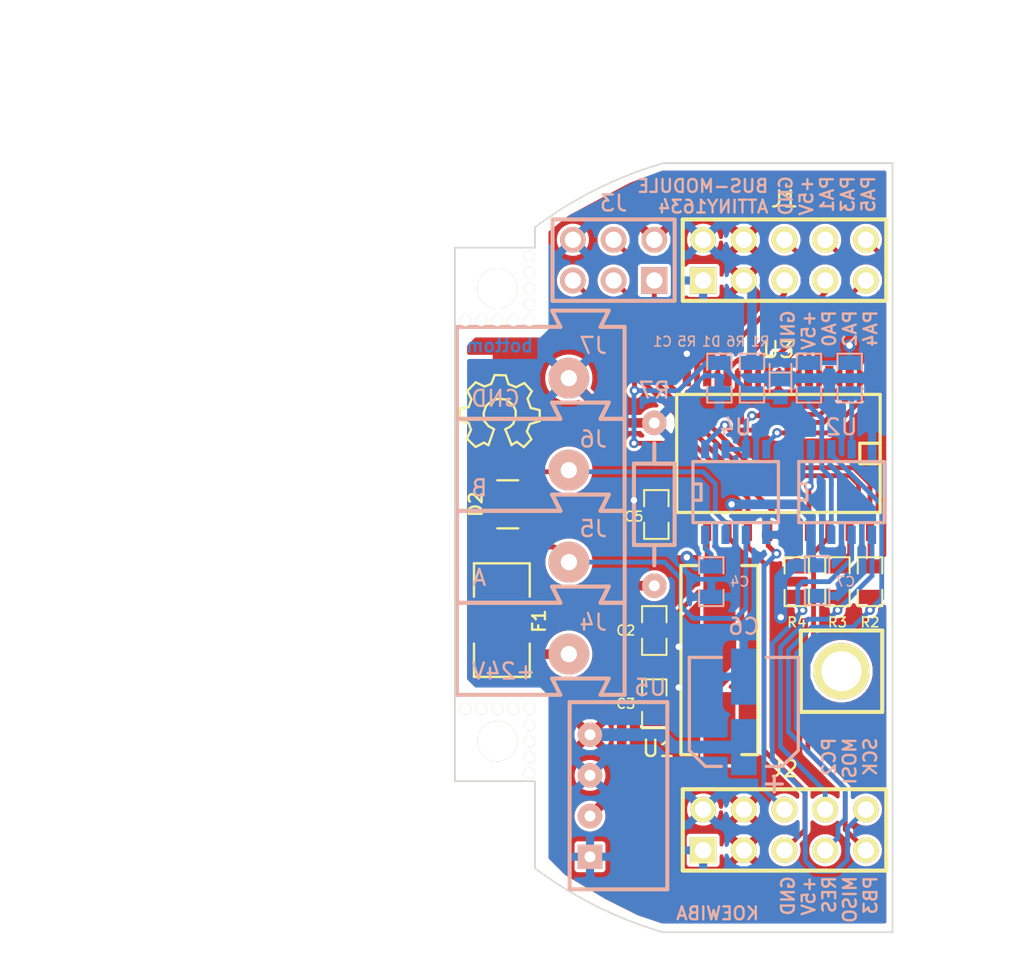
<source format=kicad_pcb>
(kicad_pcb (version 20170123) (host pcbnew no-vcs-found-7600~57~ubuntu14.04.1)
  (title_block (title "bus-module attiny 1634") (date 2015-10-28) (rev 1) (company KoeWiBa))
  (layers (0 F.Cu signal) (31 B.Cu signal hide) (34 B.Paste user) (35 F.Paste user) (36 B.SilkS user) (37 F.SilkS user) (38 B.Mask user) (39 F.Mask user) (44 Edge.Cuts user))
  (net 0 "")
  (net 1 GND)
  (net 2 /PA1)
  (net 3 /PA2)
  (net 4 /PA3)
  (net 5 /PA4)
  (net 6 /PA5)
  (net 7 /PB3)
  (net 8 /MOSI)
  (net 9 /MISO)
  (net 10 /SCK)
  (net 11 +24V)
  (net 12 //RESET)
  (net 13 "Net-(C2-Pad1)")
  (net 14 +5V)
  (net 15 /PA0_AREF)
  (net 16 /PC2_INT0)
  (net 17 /PB2_MOSI)
  (net 18 /PC1_SCK)
  (net 19 /PB1_MISO)
  (net 20 "Net-(R6-Pad2)")
  (net 21 //CSEEP)
  (net 22 /TXD)
  (net 23 /RXD)
  (net 24 /TXDEN)
  (net 25 "Net-(C3-Pad1)")
  (net 26 "Net-(R1-Pad2)")
  (net 27 /A)
  (net 28 /B)
  (net 29 "Net-(F1-Pad2)")
  (module Mechanical:HOLE_2.5mm (layer F.Cu) (at 82.65 112.07)
    (fp_text reference HOLE_2.5mm hide)
    (fp_text value VAL** hide)
    (pad 2 thru_hole circle (at 0 0) (size 2.5 2.5) (drill 2.5) (layers *.Cu *.Mask F.SilkS))
  )
  (module Mechanical:HOLE_2.5mm (layer F.Cu) (at 82.65 83.82)
    (fp_text reference HOLE_2.5mm hide)
    (fp_text value VAL** hide)
    (pad 2 thru_hole circle (at 0 0) (size 2.5 2.5) (drill 2.5) (layers *.Cu *.Mask F.SilkS))
  )
  (module Symbol:Symbol_OSHW-Logo_SilkScreen (layer F.Cu) (at 82.796 91.702)
    (fp_text reference LOGO1 hide)
    (fp_text value OSHW hide)
  )
  (module Connector_Miscelleaneus:WAGO243 (layer B.Cu) (at 90.5938 97.6964 90)
    (fp_text reference J6 (at 4.4704 -1.9558 180) (layer B.SilkS) (effects (justify mirror)))
    (fp_text value CONN_1 hide)
    (pad 1 thru_hole circle (at 2.54 -3.4798 90) (size 2.54 2.54) (drill 1.016) (layers *.Cu *.Mask B.SilkS) (net 28 /B))
  )
  (module Connector_Miscelleaneus:WAGO243 (layer B.Cu) (at 90.6 103.4368 90)
    (fp_text reference J5 (at 4.6228 -1.962 180) (layer B.SilkS) (effects (justify mirror)))
    (fp_text value CONN_1 hide)
    (pad 1 thru_hole circle (at 2.54 -3.4798 90) (size 2.54 2.54) (drill 1.016) (layers *.Cu *.Mask B.SilkS) (net 27 /A))
  )
  (module Connector_Miscelleaneus:WAGO243 (layer B.Cu) (at 90.5938 109.1772 90)
    (fp_text reference J4 (at 4.5212 -1.9558 180) (layer B.SilkS) (effects (justify mirror)))
    (fp_text value CONN_1 hide)
    (pad 1 thru_hole circle (at 2.54 -3.4798 90) (size 2.54 2.54) (drill 1.016) (layers *.Cu *.Mask B.SilkS) (net 29 "Net-(F1-Pad2)"))
  )
  (module Connector_Header:HEADER_3x2 (layer B.Cu) (at 92.448 83.32 180)
    (fp_text reference J3 (at 2.54 4.826) (layer B.SilkS) (effects (justify mirror)))
    (fp_text value CONN-ISP-6 hide)
    (pad 1 thru_hole rect (at 0 0 180) (size 1.651 1.651) (drill 1.016) (layers *.Cu *.Mask B.SilkS) (net 17 /PB2_MOSI))
    (pad 2 thru_hole circle (at 0 2.54 180) (size 1.6002 1.6002) (drill 1.016) (layers *.Cu *.Mask B.SilkS) (net 14 +5V))
    (pad 3 thru_hole circle (at 2.54 0 180) (size 1.6002 1.6002) (drill 1.016) (layers *.Cu *.Mask B.SilkS) (net 18 /PC1_SCK))
    (pad 4 thru_hole circle (at 2.54 2.54 180) (size 1.6002 1.6002) (drill 1.016) (layers *.Cu *.Mask B.SilkS) (net 19 /PB1_MISO))
    (pad 5 thru_hole circle (at 5.08 0 180) (size 1.6002 1.6002) (drill 1.016) (layers *.Cu *.Mask B.SilkS) (net 12 //RESET))
    (pad 6 thru_hole circle (at 5.08 2.54 180) (size 1.6002 1.6002) (drill 1.016) (layers *.Cu *.Mask B.SilkS) (net 1 GND))
  )
  (module Mechanical:HOLE_2.5mm (layer F.Cu) (at 104.132 107.704)
    (fp_text reference H1 hide)
    (fp_text value HOLE hide)
    (pad 1 thru_hole circle (at 0 0) (size 3.5 3.5) (drill 2.5) (layers *.Cu *.Mask F.SilkS))
  )
  (module Resistor:SM0805 (layer B.Cu) (at 96.512 89.416 270)
    (fp_text reference C1 (at -2.286 3.556) (layer B.SilkS) (effects (font (size 0.6096 0.6096) (thickness 0.1016)) (justify mirror)))
    (fp_text value 4,7nF hide)
    (pad 1 smd rect (at -0.9525 0 270) (size 0.889 1.397) (layers B.Cu B.Paste B.Mask) (net 12 //RESET))
    (pad 2 smd rect (at 0.9525 0 270) (size 0.889 1.397) (layers B.Cu B.Paste B.Mask) (net 1 GND))
  )
  (module Resistor:SM0805 (layer F.Cu) (at 92.448 105.164 270)
    (fp_text reference C2 (at 0 1.778) (layer F.SilkS) (effects (font (size 0.6096 0.6096) (thickness 0.1016))))
    (fp_text value 18pF hide)
    (pad 1 smd rect (at -0.9525 0 270) (size 0.889 1.397) (layers F.Cu F.Paste F.Mask) (net 13 "Net-(C2-Pad1)"))
    (pad 2 smd rect (at 0.9525 0 270) (size 0.889 1.397) (layers F.Cu F.Paste F.Mask) (net 1 GND))
  )
  (module Resistor:SM0805 (layer F.Cu) (at 92.448 109.736 90)
    (fp_text reference C3 (at 0 -1.778 180) (layer F.SilkS) (effects (font (size 0.6096 0.6096) (thickness 0.1016))))
    (fp_text value 18pF hide)
    (pad 1 smd rect (at -0.9525 0 90) (size 0.889 1.397) (layers F.Cu F.Paste F.Mask) (net 25 "Net-(C3-Pad1)"))
    (pad 2 smd rect (at 0.9525 0 90) (size 0.889 1.397) (layers F.Cu F.Paste F.Mask) (net 1 GND))
  )
  (module Connector_Header:HEADER_5x2 (layer F.Cu) (at 95.496 118.88)
    (fp_text reference J2 (at 5.08 -5.08) (layer F.SilkS))
    (fp_text value CONN_5X2 hide)
    (pad 1 thru_hole rect (at 0 0) (size 1.651 1.651) (drill 1.016) (layers *.Cu *.Mask F.SilkS) (net 1 GND))
    (pad 2 thru_hole circle (at 0 -2.54) (size 1.6002 1.6002) (drill 1.016) (layers *.Cu *.Mask F.SilkS) (net 1 GND))
    (pad 3 thru_hole circle (at 2.54 0) (size 1.6002 1.6002) (drill 1.016) (layers *.Cu *.Mask F.SilkS) (net 14 +5V))
    (pad 4 thru_hole circle (at 2.54 -2.54) (size 1.6002 1.6002) (drill 1.016) (layers *.Cu *.Mask F.SilkS) (net 14 +5V))
    (pad 5 thru_hole circle (at 5.08 0) (size 1.6002 1.6002) (drill 1.016) (layers *.Cu *.Mask F.SilkS) (net 12 //RESET))
    (pad 6 thru_hole circle (at 5.08 -2.54) (size 1.6002 1.6002) (drill 1.016) (layers *.Cu *.Mask F.SilkS) (net 16 /PC2_INT0))
    (pad 7 thru_hole circle (at 7.62 0) (size 1.6002 1.6002) (drill 1.016) (layers *.Cu *.Mask F.SilkS) (net 9 /MISO))
    (pad 8 thru_hole circle (at 7.62 -2.54) (size 1.6002 1.6002) (drill 1.016) (layers *.Cu *.Mask F.SilkS) (net 8 /MOSI))
    (pad 9 thru_hole circle (at 10.16 0) (size 1.6002 1.6002) (drill 1.016) (layers *.Cu *.Mask F.SilkS) (net 7 /PB3))
    (pad 10 thru_hole circle (at 10.16 -2.54) (size 1.6002 1.6002) (drill 1.016) (layers *.Cu *.Mask F.SilkS) (net 10 /SCK))
  )
  (module Connector_Header:HEADER_5x2 (layer F.Cu) (at 95.496 83.32)
    (fp_text reference J1 (at 5.08 -5.08) (layer F.SilkS))
    (fp_text value CONN_5X2 hide)
    (pad 1 thru_hole rect (at 0 0) (size 1.651 1.651) (drill 1.016) (layers *.Cu *.Mask F.SilkS) (net 1 GND))
    (pad 2 thru_hole circle (at 0 -2.54) (size 1.6002 1.6002) (drill 1.016) (layers *.Cu *.Mask F.SilkS) (net 1 GND))
    (pad 3 thru_hole circle (at 2.54 0) (size 1.6002 1.6002) (drill 1.016) (layers *.Cu *.Mask F.SilkS) (net 14 +5V))
    (pad 4 thru_hole circle (at 2.54 -2.54) (size 1.6002 1.6002) (drill 1.016) (layers *.Cu *.Mask F.SilkS) (net 14 +5V))
    (pad 5 thru_hole circle (at 5.08 0) (size 1.6002 1.6002) (drill 1.016) (layers *.Cu *.Mask F.SilkS) (net 15 /PA0_AREF))
    (pad 6 thru_hole circle (at 5.08 -2.54) (size 1.6002 1.6002) (drill 1.016) (layers *.Cu *.Mask F.SilkS) (net 2 /PA1))
    (pad 7 thru_hole circle (at 7.62 0) (size 1.6002 1.6002) (drill 1.016) (layers *.Cu *.Mask F.SilkS) (net 3 /PA2))
    (pad 8 thru_hole circle (at 7.62 -2.54) (size 1.6002 1.6002) (drill 1.016) (layers *.Cu *.Mask F.SilkS) (net 4 /PA3))
    (pad 9 thru_hole circle (at 10.16 0) (size 1.6002 1.6002) (drill 1.016) (layers *.Cu *.Mask F.SilkS) (net 5 /PA4))
    (pad 10 thru_hole circle (at 10.16 -2.54) (size 1.6002 1.6002) (drill 1.016) (layers *.Cu *.Mask F.SilkS) (net 6 /PA5))
  )
  (module Resistor:SM0805 (layer B.Cu) (at 104.64 89.416 270)
    (fp_text reference R1 (at -2.286 5.588) (layer B.SilkS) (effects (font (size 0.6096 0.6096) (thickness 0.1016)) (justify mirror)))
    (fp_text value 10k hide)
    (pad 1 smd rect (at -0.9525 0 270) (size 0.889 1.397) (layers B.Cu B.Paste B.Mask) (net 14 +5V))
    (pad 2 smd rect (at 0.9525 0 270) (size 0.889 1.397) (layers B.Cu B.Paste B.Mask) (net 26 "Net-(R1-Pad2)"))
  )
  (module Resistor:SM0805 (layer F.Cu) (at 105.91 102.116 270)
    (fp_text reference R2 (at 2.54 0) (layer F.SilkS) (effects (font (size 0.6096 0.6096) (thickness 0.1016))))
    (fp_text value 100 hide)
    (pad 1 smd rect (at -0.9525 0 270) (size 0.889 1.397) (layers F.Cu F.Paste F.Mask) (net 19 /PB1_MISO))
    (pad 2 smd rect (at 0.9525 0 270) (size 0.889 1.397) (layers F.Cu F.Paste F.Mask) (net 9 /MISO))
  )
  (module Resistor:SM0805 (layer F.Cu) (at 103.878 102.116 270)
    (fp_text reference R3 (at 2.54 0) (layer F.SilkS) (effects (font (size 0.6096 0.6096) (thickness 0.1016))))
    (fp_text value 100 hide)
    (pad 1 smd rect (at -0.9525 0 270) (size 0.889 1.397) (layers F.Cu F.Paste F.Mask) (net 17 /PB2_MOSI))
    (pad 2 smd rect (at 0.9525 0 270) (size 0.889 1.397) (layers F.Cu F.Paste F.Mask) (net 8 /MOSI))
  )
  (module Resistor:SM0805 (layer F.Cu) (at 101.338 102.116 270)
    (fp_text reference R4 (at 2.54 0) (layer F.SilkS) (effects (font (size 0.6096 0.6096) (thickness 0.1016))))
    (fp_text value 100 hide)
    (pad 1 smd rect (at -0.9525 0 270) (size 0.889 1.397) (layers F.Cu F.Paste F.Mask) (net 18 /PC1_SCK))
    (pad 2 smd rect (at 0.9525 0 270) (size 0.889 1.397) (layers F.Cu F.Paste F.Mask) (net 10 /SCK))
  )
  (module Resistor:SM0805 (layer B.Cu) (at 98.544 89.416 270)
    (fp_text reference R5 (at -2.286 4.064) (layer B.SilkS) (effects (font (size 0.6096 0.6096) (thickness 0.1016)) (justify mirror)))
    (fp_text value 10k hide)
    (pad 1 smd rect (at -0.9525 0 270) (size 0.889 1.397) (layers B.Cu B.Paste B.Mask) (net 14 +5V))
    (pad 2 smd rect (at 0.9525 0 270) (size 0.889 1.397) (layers B.Cu B.Paste B.Mask) (net 12 //RESET))
  )
  (module Resistor:SM0805 (layer B.Cu) (at 102.1 89.416 270)
    (fp_text reference R6 (at -2.286 4.572) (layer B.SilkS) (effects (font (size 0.6096 0.6096) (thickness 0.1016)) (justify mirror)))
    (fp_text value 10k hide)
    (pad 1 smd rect (at -0.9525 0 270) (size 0.889 1.397) (layers B.Cu B.Paste B.Mask) (net 14 +5V))
    (pad 2 smd rect (at 0.9525 0 270) (size 0.889 1.397) (layers B.Cu B.Paste B.Mask) (net 20 "Net-(R6-Pad2)"))
  )
  (module Resistor:R400 (layer B.Cu) (at 92.448 102.37 90)
    (fp_text reference R7 (at 12.192 0 180) (layer B.SilkS) (effects (justify mirror)))
    (fp_text value Varistor hide)
    (pad 1 thru_hole circle (at 0 0 90) (size 1.524 1.524) (drill 0.6858) (layers *.Cu *.Mask B.SilkS) (net 11 +24V))
    (pad 2 thru_hole circle (at 10.16 0 90) (size 1.524 1.524) (drill 0.6858) (layers *.Cu *.Mask B.SilkS) (net 1 GND))
  )
  (module Housings_SOIC:SO8E (layer B.Cu) (at 97.528 96.528)
    (fp_text reference U4 (at 0 -4.064) (layer B.SilkS) (effects (justify mirror)))
    (fp_text value MAX3485 hide)
    (pad 8 smd rect (at -1.905 2.667) (size 0.508 1.143) (layers B.Cu B.Paste B.Mask) (net 14 +5V))
    (pad 1 smd rect (at -1.905 -2.667) (size 0.508 1.143) (layers B.Cu B.Paste B.Mask) (net 23 /RXD))
    (pad 7 smd rect (at -0.635 2.667) (size 0.508 1.143) (layers B.Cu B.Paste B.Mask) (net 28 /B))
    (pad 6 smd rect (at 0.635 2.667) (size 0.508 1.143) (layers B.Cu B.Paste B.Mask) (net 27 /A))
    (pad 5 smd rect (at 1.905 2.667) (size 0.508 1.143) (layers B.Cu B.Paste B.Mask) (net 1 GND))
    (pad 2 smd rect (at -0.635 -2.667) (size 0.508 1.143) (layers B.Cu B.Paste B.Mask) (net 24 /TXDEN))
    (pad 3 smd rect (at 0.635 -2.667) (size 0.508 1.143) (layers B.Cu B.Paste B.Mask) (net 24 /TXDEN))
    (pad 4 smd rect (at 1.905 -2.667) (size 0.508 1.143) (layers B.Cu B.Paste B.Mask) (net 22 /TXD))
  )
  (module Resistor:SM0805 (layer B.Cu) (at 96.004 102.116 270)
    (fp_text reference C4 (at 0 -1.778) (layer B.SilkS) (effects (font (size 0.6096 0.6096) (thickness 0.1016)) (justify mirror)))
    (fp_text value 100nF hide)
    (pad 1 smd rect (at -0.9525 0 270) (size 0.889 1.397) (layers B.Cu B.Paste B.Mask) (net 14 +5V))
    (pad 2 smd rect (at 0.9525 0 270) (size 0.889 1.397) (layers B.Cu B.Paste B.Mask) (net 1 GND))
  )
  (module Resistor:SM0805 (layer F.Cu) (at 92.575 97.925 90)
    (fp_text reference C5 (at -0.127 -1.397 180) (layer F.SilkS) (effects (font (size 0.6096 0.6096) (thickness 0.1016))))
    (fp_text value 100nF hide)
    (pad 1 smd rect (at -0.9525 0 90) (size 0.889 1.397) (layers F.Cu F.Paste F.Mask) (net 14 +5V))
    (pad 2 smd rect (at 0.9525 0 90) (size 0.889 1.397) (layers F.Cu F.Paste F.Mask) (net 1 GND))
  )
  (module Resistor:SM0805 (layer B.Cu) (at 102.608 102.0525 90)
    (fp_text reference C7 (at -0.0635 1.778 180) (layer B.SilkS) (effects (font (size 0.6096 0.6096) (thickness 0.1016)) (justify mirror)))
    (fp_text value 100nF hide)
    (pad 1 smd rect (at -0.9525 0 90) (size 0.889 1.397) (layers B.Cu B.Paste B.Mask) (net 1 GND))
    (pad 2 smd rect (at 0.9525 0 90) (size 0.889 1.397) (layers B.Cu B.Paste B.Mask) (net 14 +5V))
  )
  (module Connector_Miscelleaneus:WAGO243 (layer B.Cu) (at 90.5938 91.956 90)
    (fp_text reference J7 (at 4.572 -1.9558 180) (layer B.SilkS) (effects (justify mirror)))
    (fp_text value CONN_1 hide)
    (pad 1 thru_hole circle (at 2.54 -3.4798 90) (size 2.54 2.54) (drill 1.016) (layers *.Cu *.Mask B.SilkS) (net 1 GND))
  )
  (module DCDC_Converter:AM1S-XXXX_SIL4 (layer B.Cu) (at 88.4348 119.2864 90)
    (fp_text reference U5 (at 10.5664 3.7592 180) (layer B.SilkS) (effects (justify mirror)))
    (fp_text value AM1S-2403 hide)
    (pad 1 thru_hole rect (at 0 0 90) (size 1.524 1.524) (drill 0.6858) (layers *.Cu *.Mask B.SilkS) (net 1 GND))
    (pad 2 thru_hole circle (at 2.54 0 90) (size 1.524 1.524) (drill 0.6858) (layers *.Cu *.Mask B.SilkS) (net 11 +24V))
    (pad 3 thru_hole circle (at 5.08 0 90) (size 1.524 1.524) (drill 0.6858) (layers *.Cu *.Mask B.SilkS) (net 1 GND))
    (pad 4 thru_hole circle (at 7.62 0 90) (size 1.524 1.524) (drill 0.6858) (layers *.Cu *.Mask B.SilkS) (net 14 +5V))
  )
  (module Capacitors:cp_smd_6.3 (layer B.Cu) (at 98.036 110.244)
    (fp_text reference C6 (at 0 -5.334) (layer B.SilkS) (effects (justify mirror)))
    (fp_text value 100µF hide)
    (pad 1 smd rect (at 0 2.19964) (size 1.6002 3.50012) (layers B.Cu B.Paste B.Mask) (net 14 +5V))
    (pad 2 smd rect (at 0 -2.19964) (size 1.6002 3.50012) (layers B.Cu B.Paste B.Mask) (net 1 GND))
  )
  (module Crystal:HC49-SMD (layer F.Cu) (at 96.512 107.01058 270)
    (fp_text reference U1 (at 5.51942 3.81) (layer F.SilkS) (effects (font (size 1.016 1.016))))
    (fp_text value 7,3728MHz hide)
    (pad 1 smd rect (at -4.24942 0 270) (size 4.50088 1.99898) (layers F.Cu F.Paste F.Mask) (net 13 "Net-(C2-Pad1)"))
    (pad 2 smd rect (at 4.24942 0 270) (size 4.50088 1.99898) (layers F.Cu F.Paste F.Mask) (net 25 "Net-(C3-Pad1)"))
  )
  (module Housings_SOIC:SO8E (layer B.Cu) (at 104.132 96.528)
    (fp_text reference U2 (at 0 -4.064) (layer B.SilkS) (effects (justify mirror)))
    (fp_text value 25LCXXX hide)
    (pad 8 smd rect (at -1.905 2.667) (size 0.508 1.143) (layers B.Cu B.Paste B.Mask) (net 14 +5V))
    (pad 1 smd rect (at -1.905 -2.667) (size 0.508 1.143) (layers B.Cu B.Paste B.Mask) (net 21 //CSEEP))
    (pad 7 smd rect (at -0.635 2.667) (size 0.508 1.143) (layers B.Cu B.Paste B.Mask) (net 20 "Net-(R6-Pad2)"))
    (pad 6 smd rect (at 0.635 2.667) (size 0.508 1.143) (layers B.Cu B.Paste B.Mask) (net 10 /SCK))
    (pad 5 smd rect (at 1.905 2.667) (size 0.508 1.143) (layers B.Cu B.Paste B.Mask) (net 8 /MOSI))
    (pad 2 smd rect (at -0.635 -2.667) (size 0.508 1.143) (layers B.Cu B.Paste B.Mask) (net 9 /MISO))
    (pad 3 smd rect (at 0.635 -2.667) (size 0.508 1.143) (layers B.Cu B.Paste B.Mask) (net 26 "Net-(R1-Pad2)"))
    (pad 4 smd rect (at 1.905 -2.667) (size 0.508 1.143) (layers B.Cu B.Paste B.Mask) (net 1 GND))
  )
  (module Housings_SOIC:SO20L (layer F.Cu) (at 100.195 94.115 180)
    (fp_text reference U3 (at 0 6.477 180) (layer F.SilkS))
    (fp_text value ATtiny1634-SOIC hide)
    (pad 11 smd rect (at 5.715 -4.826 180) (size 0.508 1.27) (layers F.Cu F.Paste F.Mask) (net 14 +5V))
    (pad 12 smd rect (at 4.445 -4.826 180) (size 0.508 1.27) (layers F.Cu F.Paste F.Mask) (net 13 "Net-(C2-Pad1)"))
    (pad 13 smd rect (at 3.175 -4.826 180) (size 0.508 1.27) (layers F.Cu F.Paste F.Mask) (net 25 "Net-(C3-Pad1)"))
    (pad 14 smd rect (at 1.905 -4.826 180) (size 0.508 1.27) (layers F.Cu F.Paste F.Mask) (net 12 //RESET))
    (pad 15 smd rect (at 0.635 -4.826 180) (size 0.508 1.27) (layers F.Cu F.Paste F.Mask) (net 16 /PC2_INT0))
    (pad 16 smd rect (at -0.635 -4.826 180) (size 0.508 1.27) (layers F.Cu F.Paste F.Mask) (net 18 /PC1_SCK))
    (pad 17 smd rect (at -1.905 -4.826 180) (size 0.508 1.27) (layers F.Cu F.Paste F.Mask) (net 21 //CSEEP))
    (pad 18 smd rect (at -3.175 -4.826 180) (size 0.508 1.27) (layers F.Cu F.Paste F.Mask) (net 7 /PB3))
    (pad 19 smd rect (at -4.445 -4.826 180) (size 0.508 1.27) (layers F.Cu F.Paste F.Mask) (net 17 /PB2_MOSI))
    (pad 20 smd rect (at -5.715 -4.826 180) (size 0.508 1.27) (layers F.Cu F.Paste F.Mask) (net 19 /PB1_MISO))
    (pad 1 smd rect (at -5.715 4.826 180) (size 0.508 1.27) (layers F.Cu F.Paste F.Mask) (net 22 /TXD))
    (pad 2 smd rect (at -4.445 4.826 180) (size 0.508 1.27) (layers F.Cu F.Paste F.Mask) (net 23 /RXD))
    (pad 3 smd rect (at -3.175 4.826 180) (size 0.508 1.27) (layers F.Cu F.Paste F.Mask) (net 24 /TXDEN))
    (pad 4 smd rect (at -1.905 4.826 180) (size 0.508 1.27) (layers F.Cu F.Paste F.Mask) (net 6 /PA5))
    (pad 5 smd rect (at -0.635 4.826 180) (size 0.508 1.27) (layers F.Cu F.Paste F.Mask) (net 5 /PA4))
    (pad 6 smd rect (at 0.635 4.826 180) (size 0.508 1.27) (layers F.Cu F.Paste F.Mask) (net 4 /PA3))
    (pad 7 smd rect (at 1.905 4.826 180) (size 0.508 1.27) (layers F.Cu F.Paste F.Mask) (net 3 /PA2))
    (pad 8 smd rect (at 3.175 4.826 180) (size 0.508 1.27) (layers F.Cu F.Paste F.Mask) (net 2 /PA1))
    (pad 9 smd rect (at 4.445 4.826 180) (size 0.508 1.27) (layers F.Cu F.Paste F.Mask) (net 15 /PA0_AREF))
    (pad 10 smd rect (at 5.715 4.826 180) (size 0.508 1.27) (layers F.Cu F.Paste F.Mask) (net 1 GND))
  )
  (module Diode:SOD323 (layer B.Cu) (at 100.322 89.416 90)
    (fp_text reference D1 (at 2.286 -4.318 180) (layer B.SilkS) (effects (font (size 0.6096 0.6096) (thickness 0.1016)) (justify mirror)))
    (fp_text value "1N4148WS (SOD323)" hide)
    (pad 1 smd rect (at -1.17602 0 90) (size 0.9144 0.9144) (layers B.Cu B.Paste B.Mask) (net 12 //RESET))
    (pad 2 smd rect (at 1.17602 0 90) (size 0.9144 0.9144) (layers B.Cu B.Paste B.Mask) (net 14 +5V))
  )
  (module Mechanical:Perforation_5mm (layer F.Cu) (at 80.65 85.82)
    (fp_text reference REF** hide)
    (fp_text value Perforation_5mm hide)
    (pad 1 thru_hole circle (at 2 0) (size 0.7 0.7) (drill 0.7) (layers *.Cu *.Mask F.SilkS))
    (pad 1 thru_hole circle (at 3 0) (size 0.7 0.7) (drill 0.7) (layers *.Cu *.Mask F.SilkS))
    (pad 1 thru_hole circle (at 4 0) (size 0.7 0.7) (drill 0.7) (layers *.Cu *.Mask F.SilkS))
    (pad 1 thru_hole circle (at 1 0) (size 0.7 0.7) (drill 0.7) (layers *.Cu *.Mask F.SilkS))
    (pad 1 thru_hole circle (at 0 0) (size 0.7 0.7) (drill 0.7) (layers *.Cu *.Mask F.SilkS))
  )
  (module Mechanical:Perforation_5mm (layer F.Cu) (at 84.65 110.07 180)
    (fp_text reference REF** hide)
    (fp_text value Perforation_5mm hide)
    (pad 1 thru_hole circle (at 2 0 180) (size 0.7 0.7) (drill 0.7) (layers *.Cu *.Mask F.SilkS))
    (pad 1 thru_hole circle (at 3 0 180) (size 0.7 0.7) (drill 0.7) (layers *.Cu *.Mask F.SilkS))
    (pad 1 thru_hole circle (at 4 0 180) (size 0.7 0.7) (drill 0.7) (layers *.Cu *.Mask F.SilkS))
    (pad 1 thru_hole circle (at 1 0 180) (size 0.7 0.7) (drill 0.7) (layers *.Cu *.Mask F.SilkS))
    (pad 1 thru_hole circle (at 0 0 180) (size 0.7 0.7) (drill 0.7) (layers *.Cu *.Mask F.SilkS))
  )
  (module Mechanical:Perforation_4mm (layer F.Cu) (at 84.65 84.82 90)
    (fp_text reference REF** hide)
    (fp_text value Perforation_4mm hide)
    (pad 1 thru_hole circle (at 2 0 90) (size 0.7 0.7) (drill 0.7) (layers *.Cu *.Mask F.SilkS))
    (pad 1 thru_hole circle (at 3 0 90) (size 0.7 0.7) (drill 0.7) (layers *.Cu *.Mask F.SilkS))
    (pad 1 thru_hole circle (at 1 0 90) (size 0.7 0.7) (drill 0.7) (layers *.Cu *.Mask F.SilkS))
    (pad 1 thru_hole circle (at 0 0 90) (size 0.7 0.7) (drill 0.7) (layers *.Cu *.Mask F.SilkS))
  )
  (module Mechanical:Perforation_4mm (layer F.Cu) (at 84.65 114.07 90)
    (fp_text reference REF** hide)
    (fp_text value Perforation_4mm hide)
    (pad 1 thru_hole circle (at 2 0 90) (size 0.7 0.7) (drill 0.7) (layers *.Cu *.Mask F.SilkS))
    (pad 1 thru_hole circle (at 3 0 90) (size 0.7 0.7) (drill 0.7) (layers *.Cu *.Mask F.SilkS))
    (pad 1 thru_hole circle (at 1 0 90) (size 0.7 0.7) (drill 0.7) (layers *.Cu *.Mask F.SilkS))
    (pad 1 thru_hole circle (at 0 0 90) (size 0.7 0.7) (drill 0.7) (layers *.Cu *.Mask F.SilkS))
  )
  (module Resistor:R_1812 (layer F.Cu) (at 82.923 104.529 270)
    (fp_text reference F1 (at 0.0508 -2.3368 270) (layer F.SilkS) (effects (font (size 0.8 0.8))))
    (fp_text value FUSE)
    (pad 1 smd rect (at -2.5146 0 270) (size 1.78054 3.2004) (layers F.Cu F.Paste F.Mask) (net 11 +24V))
    (pad 2 smd rect (at 2.4892 0 270) (size 1.78054 3.2004) (layers F.Cu F.Paste F.Mask) (net 29 "Net-(F1-Pad2)"))
  )
  (module Diode_SMD:SOT143 (layer F.Cu) (at 83.304 97.29 90)
    (fp_text reference D2 (at 0 -2 90) (layer F.SilkS) (effects (font (size 0.8 0.8))))
    (fp_text value SEMTECH_SR05)
    (pad 1 smd rect (at -0.76962 0.95 90) (size 1.2 0.85) (layers F.Cu F.Paste F.Mask) (net 1 GND))
    (pad 2 smd rect (at 0.95 0.95 90) (size 0.85 0.85) (layers F.Cu F.Paste F.Mask))
    (pad 3 smd rect (at 0.95 -0.95 90) (size 0.85 0.85) (layers F.Cu F.Paste F.Mask) (net 28 /B))
    (pad 4 smd trapezoid (at -0.95 -0.95 90) (size 0.85 0.85) (layers F.Cu F.Paste F.Mask) (net 27 /A))
  )
  (gr_text "Rev. B" (at 81.526 90.178 90) (layer F.Cu) (effects (font (size 0.8 0.8))))
  (gr_line (start 80 81.27) (end 80 81.295) (angle 90) (layer Edge.Cuts) (width 0.1))
  (gr_line (start 85 81.27) (end 80 81.27) (angle 90) (layer Edge.Cuts) (width 0.1))
  (gr_line (start 85 79.995) (end 85 81.27) (angle 90) (layer Edge.Cuts) (width 0.1))
  (gr_line (start 85 114.57) (end 80 114.57) (angle 90) (layer Edge.Cuts) (width 0.1))
  (gr_line (start 85 119.995) (end 85 114.57) (angle 90) (layer Edge.Cuts) (width 0.1))
  (gr_line (start 80 86) (end 80 81.288) (angle 90) (layer Edge.Cuts) (width 0.1))
  (gr_line (start 80 109.5) (end 80 114.562) (angle 90) (layer Edge.Cuts) (width 0.1))
  (gr_text "BUS-MODULE\nATTINY1634" (at 99.65 78.07) (layer B.SilkS) (effects (font (size 0.8 0.8)) (justify left mirror)))
  (gr_text KOEWIBA (at 96.4 122.82) (layer B.SilkS) (effects (font (size 0.8 0.8)) (justify mirror)))
  (gr_text "GND\n+5V\nPA0\nPA2\nPA4" (at 103.37 85.098 90) (layer B.SilkS) (effects (font (size 0.8 0.8)) (justify left mirror)))
  (gr_text "PC2\nMOSI\nSCK" (at 104.64 111.768 90) (layer B.SilkS) (effects (font (size 0.8 0.8)) (justify left mirror)))
  (gr_text "GND\n+5V\nRES\nMISO\nPB3" (at 103.37 120.404 90) (layer B.SilkS) (effects (font (size 0.8 0.8)) (justify left mirror)))
  (gr_text bottom (at 82.796 87.384) (layer B.Cu) (effects (font (size 0.8 0.8)) (justify mirror)))
  (gr_text top (at 86.606 85.987 90) (layer F.Cu) (effects (font (size 0.8 0.8))))
  (gr_text "GND\n+5V\nPA1\nPA3\nPA5\n\n" (at 103.878 76.716 90) (layer B.SilkS) (effects (font (size 0.8 0.8)) (justify left mirror)))
  (gr_text +24V (at 83.05 107.704) (layer B.SilkS) (effects (font (size 1 1)) (justify mirror)))
  (gr_text A (at 81.526 101.862) (layer B.SilkS) (effects (font (size 1 1)) (justify mirror)))
  (gr_text B (at 81.526 96.274) (layer B.SilkS) (effects (font (size 1 1)) (justify mirror)))
  (gr_text GND (at 82.542 90.686) (layer B.SilkS) (effects (font (size 1 1)) (justify mirror)))
  (gr_line (start 107.315 76) (end 107.315 124) (angle 90) (layer Edge.Cuts) (width 0.1))
  (gr_line (start 107.315 124) (end 93 124) (angle 90) (layer Edge.Cuts) (width 0.1))
  (gr_arc (start 100 100) (end 85 120) (angle -20.60091294) (layer Edge.Cuts) (width 0.1))
  (gr_arc (start 100 100) (end 93 76) (angle -20.60666104) (layer Edge.Cuts) (width 0.1))
  (gr_line (start 93 76) (end 107.315 76) (layer Edge.Cuts) (width 0.1))
  (gr_line (start 80 86) (end 80 109.5) (angle 90) (layer Edge.Cuts) (width 0.1))
  (segment (start 96.512 90.3685) (end 96.512 91.194) (width 0.6) (layer B.Cu) (net 1))
  (segment (start 84.254 98.05962) (end 86.352 98.05962) (width 0.6) (layer F.Cu) (net 1))
  (segment (start 86.352 98.05962) (end 86.352 98.052) (width 0.6) (layer F.Cu) (net 1))
  (segment (start 86.352 98.052) (end 89.908 98.052) (width 0.6) (layer F.Cu) (net 1))
  (segment (start 89.908 98.052) (end 90.924 97.036) (width 0.6) (layer F.Cu) (net 1))
  (segment (start 90.924 97.036) (end 92.575 97.036) (width 0.6) (layer F.Cu) (net 1))
  (via (at 91.178 97.036) (size 0.8) (drill 0.4) (layers F.Cu B.Cu) (net 1))
  (segment (start 92.575 97.036) (end 92.575 96.9725) (width 0.6) (layer F.Cu) (net 1))
  (segment (start 96.512 90.3685) (end 96.639 90.3685) (width 0.3) (layer B.Cu) (net 1))
  (segment (start 92.448 92.21) (end 89.908 92.21) (width 0.6) (layer F.Cu) (net 1))
  (segment (start 89.908 92.21) (end 87.114 89.416) (width 0.6) (layer F.Cu) (net 1))
  (segment (start 92.575 96.9725) (end 91.2415 96.9725) (width 0.8) (layer F.Cu) (net 1))
  (segment (start 91.2415 96.9725) (end 91.178 97.036) (width 0.8) (layer F.Cu) (net 1))
  (segment (start 92.448 108.7835) (end 93.9085 108.7835) (width 0.8) (layer F.Cu) (net 1))
  (segment (start 93.9085 108.7835) (end 93.972 108.72) (width 0.8) (layer F.Cu) (net 1))
  (via (at 93.972 108.72) (size 0.8) (drill 0.4) (layers F.Cu B.Cu) (net 1))
  (segment (start 92.448 106.1165) (end 93.9085 106.1165) (width 0.8) (layer F.Cu) (net 1))
  (segment (start 93.9085 106.1165) (end 93.972 106.18) (width 0.8) (layer F.Cu) (net 1))
  (via (at 93.972 106.18) (size 0.8) (drill 0.4) (layers F.Cu B.Cu) (net 1))
  (segment (start 94.48 89.289) (end 94.48 87.892) (width 0.3) (layer F.Cu) (net 1))
  (via (at 94.48 87.892) (size 0.8) (drill 0.4) (layers F.Cu B.Cu) (net 1))
  (segment (start 97.715999 88.253999) (end 97.635999 88.333999) (width 0.3) (layer F.Cu) (net 2))
  (segment (start 97.635999 88.354) (end 97.574 88.354) (width 0.3) (layer F.Cu) (net 2))
  (segment (start 97.574 88.354) (end 97.02 88.908) (width 0.3) (layer F.Cu) (net 2))
  (segment (start 100.576 80.78) (end 101.776101 81.980101) (width 0.3) (layer F.Cu) (net 2))
  (segment (start 101.776101 81.980101) (end 101.776101 84.611639) (width 0.3) (layer F.Cu) (net 2))
  (segment (start 101.776101 84.611639) (end 98.133741 88.253999) (width 0.3) (layer F.Cu) (net 2))
  (segment (start 98.133741 88.253999) (end 97.715999 88.253999) (width 0.3) (layer F.Cu) (net 2))
  (segment (start 97.635999 88.333999) (end 97.635999 88.354) (width 0.3) (layer F.Cu) (net 2))
  (segment (start 97.02 88.908) (end 97.02 89.289) (width 0.3) (layer F.Cu) (net 2))
  (segment (start 98.29 88.908) (end 98.29 89.289) (width 0.3) (layer F.Cu) (net 3))
  (segment (start 103.116 83.32) (end 103.116 84.082) (width 0.3) (layer F.Cu) (net 3))
  (segment (start 103.116 84.082) (end 98.29 88.908) (width 0.3) (layer F.Cu) (net 3))
  (segment (start 99.56 88.908) (end 99.56 89.289) (width 0.3) (layer F.Cu) (net 4))
  (segment (start 104.455899 82.119899) (end 104.455899 83.701035) (width 0.3) (layer F.Cu) (net 4))
  (segment (start 104.455899 83.701035) (end 100.114 88.042934) (width 0.3) (layer F.Cu) (net 4))
  (segment (start 103.116 80.78) (end 104.455899 82.119899) (width 0.3) (layer F.Cu) (net 4))
  (segment (start 100.114 88.042934) (end 100.114 88.354) (width 0.3) (layer F.Cu) (net 4))
  (segment (start 100.114 88.354) (end 99.56 88.908) (width 0.3) (layer F.Cu) (net 4))
  (segment (start 100.83 88.354) (end 100.83 89.289) (width 0.3) (layer F.Cu) (net 5))
  (segment (start 100.83 88.104767) (end 100.83 88.354) (width 0.3) (layer F.Cu) (net 5))
  (segment (start 105.614767 83.32) (end 100.83 88.104767) (width 0.3) (layer F.Cu) (net 5))
  (segment (start 105.656 83.32) (end 105.614767 83.32) (width 0.3) (layer F.Cu) (net 5))
  (segment (start 102.1 87.6126) (end 102.1 89.289) (width 0.3) (layer F.Cu) (net 6))
  (segment (start 105.656 80.78) (end 106.856101 81.980101) (width 0.3) (layer F.Cu) (net 6))
  (segment (start 106.856101 81.980101) (end 106.856101 84.151899) (width 0.3) (layer F.Cu) (net 6))
  (segment (start 106.856101 84.151899) (end 106.40568 84.60232) (width 0.3) (layer F.Cu) (net 6))
  (segment (start 106.40568 84.60232) (end 105.11028 84.60232) (width 0.3) (layer F.Cu) (net 6))
  (segment (start 105.11028 84.60232) (end 102.1 87.6126) (width 0.3) (layer F.Cu) (net 6))
  (segment (start 103.37 98.941) (end 103.37 99.322) (width 0.3) (layer F.Cu) (net 7))
  (segment (start 103.37 99.322) (end 102.386501 100.305499) (width 0.3) (layer F.Cu) (net 7))
  (segment (start 102.386501 100.305499) (end 102.386501 106.341497) (width 0.3) (layer F.Cu) (net 7))
  (segment (start 102.386501 106.341497) (end 102.031999 106.695999) (width 0.3) (layer F.Cu) (net 7))
  (segment (start 102.031999 106.695999) (end 102.031999 112.715999) (width 0.3) (layer F.Cu) (net 7))
  (segment (start 102.031999 112.715999) (end 104.365161 115.049161) (width 0.3) (layer F.Cu) (net 7))
  (segment (start 104.365161 115.049161) (end 104.365161 117.589161) (width 0.3) (layer F.Cu) (net 7))
  (segment (start 104.365161 117.589161) (end 104.855901 118.079901) (width 0.3) (layer F.Cu) (net 7))
  (segment (start 104.855901 118.079901) (end 105.656 118.88) (width 0.3) (layer F.Cu) (net 7))
  (segment (start 103.889581 103.89503) (end 103.327858 104.456753) (width 0.3) (layer B.Cu) (net 8))
  (segment (start 103.116 115.208488) (end 103.116 116.34) (width 0.3) (layer B.Cu) (net 8))
  (segment (start 100.318043 112.410531) (end 103.116 115.208488) (width 0.3) (layer B.Cu) (net 8))
  (segment (start 100.318042 106.189081) (end 100.318043 112.410531) (width 0.3) (layer B.Cu) (net 8))
  (segment (start 102.050369 104.456754) (end 100.318042 106.189081) (width 0.3) (layer B.Cu) (net 8))
  (segment (start 103.327858 104.456753) (end 102.050369 104.456754) (width 0.3) (layer B.Cu) (net 8))
  (segment (start 104.18958 103.595031) (end 103.889581 103.89503) (width 0.3) (layer B.Cu) (net 8))
  (segment (start 106.037 101.747611) (end 104.18958 103.595031) (width 0.3) (layer B.Cu) (net 8))
  (segment (start 106.037 99.195) (end 106.037 101.747611) (width 0.3) (layer B.Cu) (net 8))
  (segment (start 103.878 103.883449) (end 103.889581 103.89503) (width 0.3) (layer F.Cu) (net 8))
  (via (at 103.889581 103.89503) (size 0.6) (drill 0.3) (layers F.Cu B.Cu) (net 8))
  (segment (start 103.878 103.0685) (end 103.878 103.883449) (width 0.3) (layer F.Cu) (net 8))
  (segment (start 104.365161 115.03268) (end 104.365161 116.923717) (width 0.3) (layer B.Cu) (net 9))
  (segment (start 103.916099 118.079901) (end 103.116 118.88) (width 0.3) (layer B.Cu) (net 9))
  (segment (start 102.257481 104.956764) (end 100.818053 106.396192) (width 0.3) (layer B.Cu) (net 9))
  (segment (start 100.818053 111.485572) (end 104.365161 115.03268) (width 0.3) (layer B.Cu) (net 9))
  (segment (start 105.91 103.894) (end 104.847236 104.956764) (width 0.3) (layer B.Cu) (net 9))
  (segment (start 104.847236 104.956764) (end 102.257481 104.956764) (width 0.3) (layer B.Cu) (net 9))
  (segment (start 100.818053 106.396192) (end 100.818053 111.485572) (width 0.3) (layer B.Cu) (net 9))
  (segment (start 104.365161 116.923717) (end 103.916099 117.372779) (width 0.3) (layer B.Cu) (net 9))
  (segment (start 103.916099 117.372779) (end 103.916099 118.079901) (width 0.3) (layer B.Cu) (net 9))
  (segment (start 105.91 103.894) (end 106.641001 103.162999) (width 0.3) (layer B.Cu) (net 9))
  (segment (start 106.641001 103.162999) (end 106.641001 97.322501) (width 0.3) (layer B.Cu) (net 9))
  (segment (start 106.641001 97.322501) (end 103.497 94.1785) (width 0.3) (layer B.Cu) (net 9))
  (segment (start 103.497 94.1785) (end 103.497 93.861) (width 0.3) (layer B.Cu) (net 9))
  (segment (start 105.91 103.0685) (end 105.91 103.894) (width 0.3) (layer F.Cu) (net 9))
  (via (at 105.91 103.894) (size 0.6) (drill 0.3) (layers F.Cu B.Cu) (net 9))
  (segment (start 101.405286 104.394715) (end 101.405286 104.205907) (width 0.3) (layer B.Cu) (net 10))
  (segment (start 101.405286 104.205907) (end 101.705285 103.905908) (width 0.3) (layer B.Cu) (net 10))
  (segment (start 99.818033 113.251475) (end 99.818032 105.981969) (width 0.3) (layer B.Cu) (net 10))
  (segment (start 99.818032 105.981969) (end 101.405286 104.394715) (width 0.3) (layer B.Cu) (net 10))
  (segment (start 101.867927 119.521379) (end 101.867927 115.301369) (width 0.3) (layer B.Cu) (net 10))
  (segment (start 102.531749 120.185201) (end 101.867927 119.521379) (width 0.3) (layer B.Cu) (net 10))
  (segment (start 103.780366 120.185201) (end 102.531749 120.185201) (width 0.3) (layer B.Cu) (net 10))
  (segment (start 104.505899 119.459668) (end 103.780366 120.185201) (width 0.3) (layer B.Cu) (net 10))
  (segment (start 104.505899 117.490101) (end 104.505899 119.459668) (width 0.3) (layer B.Cu) (net 10))
  (segment (start 105.656 116.34) (end 104.505899 117.490101) (width 0.3) (layer B.Cu) (net 10))
  (segment (start 101.405286 102.434712) (end 101.405286 103.605909) (width 0.3) (layer B.Cu) (net 10))
  (segment (start 101.705285 103.209215) (end 101.705285 103.481644) (width 0.3) (layer F.Cu) (net 10))
  (segment (start 101.723998 102.116) (end 101.405286 102.434712) (width 0.3) (layer B.Cu) (net 10))
  (segment (start 101.846 103.0685) (end 101.705285 103.209215) (width 0.3) (layer F.Cu) (net 10))
  (segment (start 103.365002 102.116) (end 101.723998 102.116) (width 0.3) (layer B.Cu) (net 10))
  (segment (start 104.767 99.195) (end 104.767 100.714002) (width 0.3) (layer B.Cu) (net 10))
  (segment (start 101.867927 115.301369) (end 99.818033 113.251475) (width 0.3) (layer B.Cu) (net 10))
  (segment (start 101.705285 103.481644) (end 101.705285 103.905908) (width 0.3) (layer F.Cu) (net 10))
  (segment (start 104.767 100.714002) (end 103.365002 102.116) (width 0.3) (layer B.Cu) (net 10))
  (via (at 101.705285 103.905908) (size 0.6) (drill 0.3) (layers F.Cu B.Cu) (net 10))
  (segment (start 101.405286 103.605909) (end 101.705285 103.905908) (width 0.3) (layer B.Cu) (net 10))
  (segment (start 88.4348 116.7464) (end 90.416 114.7652) (width 0.6) (layer F.Cu) (net 11))
  (segment (start 90.416 104.91) (end 89.019 103.513) (width 0.6) (layer F.Cu) (net 11))
  (segment (start 90.416 114.7652) (end 90.416 104.91) (width 0.6) (layer F.Cu) (net 11))
  (segment (start 82.923 102.0144) (end 84.4216 103.513) (width 0.6) (layer F.Cu) (net 11))
  (segment (start 90.162 102.37) (end 92.448 102.37) (width 0.6) (layer F.Cu) (net 11))
  (segment (start 89.019 103.513) (end 90.162 102.37) (width 0.6) (layer F.Cu) (net 11))
  (segment (start 84.4216 103.513) (end 89.019 103.513) (width 0.6) (layer F.Cu) (net 11))
  (segment (start 100.576 118.88) (end 101.846 117.61) (width 0.3) (layer F.Cu) (net 12))
  (segment (start 99.306 112.657) (end 99.289481 112.657) (width 0.3) (layer F.Cu) (net 12))
  (segment (start 101.846 115.197) (end 99.306 112.657) (width 0.3) (layer F.Cu) (net 12))
  (segment (start 101.846 117.61) (end 101.846 115.197) (width 0.3) (layer F.Cu) (net 12))
  (segment (start 98.29 98.941) (end 98.29 96.900882) (width 0.3) (layer F.Cu) (net 12))
  (segment (start 98.29 96.900882) (end 94.869118 93.48) (width 0.3) (layer F.Cu) (net 12))
  (segment (start 94.869118 93.48) (end 91.178 93.48) (width 0.3) (layer F.Cu) (net 12))
  (segment (start 98.29 99.952106) (end 99.289481 100.951587) (width 0.3) (layer F.Cu) (net 12))
  (segment (start 99.289481 100.951587) (end 99.289481 112.657) (width 0.3) (layer F.Cu) (net 12))
  (segment (start 98.29 98.941) (end 98.29 99.952106) (width 0.3) (layer F.Cu) (net 12))
  (segment (start 96.512 88.4635) (end 95.6865 88.4635) (width 0.3) (layer B.Cu) (net 12))
  (segment (start 93.954197 90.195803) (end 91.2139 90.195803) (width 0.3) (layer B.Cu) (net 12))
  (segment (start 95.6865 88.4635) (end 93.954197 90.195803) (width 0.3) (layer B.Cu) (net 12))
  (segment (start 98.544 90.3685) (end 98.417 90.3685) (width 0.3) (layer B.Cu) (net 12))
  (segment (start 98.417 90.3685) (end 96.512 88.4635) (width 0.3) (layer B.Cu) (net 12))
  (segment (start 100.322 90.59202) (end 98.76752 90.59202) (width 0.3) (layer B.Cu) (net 12))
  (segment (start 98.76752 90.59202) (end 98.544 90.3685) (width 0.3) (layer B.Cu) (net 12))
  (segment (start 91.178 90.231703) (end 91.2139 90.195803) (width 0.3) (layer B.Cu) (net 12))
  (segment (start 91.178 93.48) (end 91.178 90.231703) (width 0.3) (layer B.Cu) (net 12))
  (via (at 91.178 93.48) (size 0.6) (drill 0.3) (layers F.Cu B.Cu) (net 12))
  (segment (start 91.2139 89.771539) (end 91.2139 90.195803) (width 0.3) (layer F.Cu) (net 12))
  (segment (start 91.2139 87.1659) (end 91.2139 89.771539) (width 0.3) (layer F.Cu) (net 12))
  (segment (start 87.368 83.32) (end 91.2139 87.1659) (width 0.3) (layer F.Cu) (net 12))
  (via (at 91.2139 90.195803) (size 0.6) (drill 0.3) (layers F.Cu B.Cu) (net 12))
  (segment (start 95.75 98.941) (end 95.75 101.99916) (width 0.3) (layer F.Cu) (net 13))
  (segment (start 94.48 103.49367) (end 93.76217 104.2115) (width 0.3) (layer F.Cu) (net 13))
  (segment (start 93.76217 104.2115) (end 92.448 104.2115) (width 0.3) (layer F.Cu) (net 13))
  (segment (start 96.512 102.76116) (end 95.21251 102.76116) (width 0.3) (layer F.Cu) (net 13))
  (segment (start 95.21251 102.76116) (end 94.48 103.49367) (width 0.3) (layer F.Cu) (net 13))
  (segment (start 95.75 101.99916) (end 96.512 102.76116) (width 0.3) (layer F.Cu) (net 13))
  (segment (start 102.227 99.195) (end 102.227 101.1) (width 0.6) (layer B.Cu) (net 14))
  (segment (start 102.227 101.1) (end 102.608 101.1) (width 0.6) (layer B.Cu) (net 14))
  (segment (start 94.48 98.941) (end 94.48 97.798) (width 0.6) (layer F.Cu) (net 14))
  (segment (start 102.227 98.052) (end 102.227 99.195) (width 0.6) (layer B.Cu) (net 14))
  (segment (start 101.465 97.29) (end 102.227 98.052) (width 0.6) (layer B.Cu) (net 14))
  (segment (start 97.274 97.29) (end 101.465 97.29) (width 0.6) (layer B.Cu) (net 14))
  (via (at 97.274 97.29) (size 0.8) (drill 0.4) (layers F.Cu B.Cu) (net 14))
  (segment (start 94.988 97.29) (end 97.274 97.29) (width 0.6) (layer F.Cu) (net 14))
  (segment (start 94.48 97.798) (end 94.988 97.29) (width 0.6) (layer F.Cu) (net 14))
  (segment (start 94.48 98.941) (end 92.575 98.941) (width 0.6) (layer F.Cu) (net 14))
  (segment (start 92.575 98.941) (end 92.575 98.8775) (width 0.6) (layer F.Cu) (net 14))
  (segment (start 98.544 88.4635) (end 98.544 83.828) (width 0.6) (layer B.Cu) (net 14))
  (segment (start 98.544 83.828) (end 98.036 83.32) (width 0.6) (layer B.Cu) (net 14))
  (segment (start 101.1095 101.1) (end 100.34016 101.86934) (width 0.8) (layer B.Cu) (net 14))
  (segment (start 100.34016 103.767355) (end 100.34016 104.33304) (width 0.8) (layer B.Cu) (net 14))
  (segment (start 102.608 101.1) (end 101.1095 101.1) (width 0.8) (layer B.Cu) (net 14))
  (via (at 100.34016 104.33304) (size 0.8) (drill 0.4) (layers F.Cu B.Cu) (net 14))
  (segment (start 100.34016 101.86934) (end 100.34016 103.767355) (width 0.8) (layer B.Cu) (net 14))
  (segment (start 96.004 101.1635) (end 95.0515 101.1635) (width 0.6) (layer B.Cu) (net 14))
  (via (at 94.48 100.592) (size 0.8) (drill 0.4) (layers F.Cu B.Cu) (net 14))
  (segment (start 95.0515 101.1635) (end 94.48 100.592) (width 0.6) (layer B.Cu) (net 14))
  (segment (start 102.1 88.4635) (end 100.54552 88.4635) (width 0.6) (layer B.Cu) (net 14))
  (segment (start 100.54552 88.4635) (end 100.322 88.23998) (width 0.6) (layer B.Cu) (net 14))
  (segment (start 98.544 88.4635) (end 100.09848 88.4635) (width 0.6) (layer B.Cu) (net 14))
  (segment (start 100.09848 88.4635) (end 100.322 88.23998) (width 0.6) (layer B.Cu) (net 14))
  (segment (start 104.64 88.4635) (end 104.64 87.384) (width 0.3) (layer B.Cu) (net 14))
  (via (at 104.64 87.384) (size 0.8) (drill 0.4) (layers F.Cu B.Cu) (net 14))
  (segment (start 104.64 88.4635) (end 102.1 88.4635) (width 0.3) (layer B.Cu) (net 14))
  (segment (start 95.75 100.165) (end 95.7215 100.165) (width 0.3) (layer B.Cu) (net 14))
  (segment (start 95.7215 100.165) (end 95.623 100.0665) (width 0.3) (layer B.Cu) (net 14))
  (segment (start 95.623 100.0665) (end 95.623 99.195) (width 0.3) (layer B.Cu) (net 14))
  (segment (start 96.004 101.1635) (end 96.004 100.419) (width 0.3) (layer B.Cu) (net 14))
  (segment (start 96.004 100.419) (end 95.75 100.165) (width 0.3) (layer B.Cu) (net 14))
  (segment (start 88.4348 111.6664) (end 92.8544 111.6664) (width 0.8) (layer B.Cu) (net 14))
  (segment (start 93.63164 112.44364) (end 98.036 112.44364) (width 0.8) (layer B.Cu) (net 14))
  (segment (start 92.8544 111.6664) (end 93.63164 112.44364) (width 0.8) (layer B.Cu) (net 14))
  (segment (start 100.576 83.32) (end 100.576 84.16246) (width 0.3) (layer F.Cu) (net 15))
  (segment (start 100.576 84.16246) (end 95.75 88.98846) (width 0.3) (layer F.Cu) (net 15))
  (segment (start 95.75 88.98846) (end 95.75 89.289) (width 0.3) (layer F.Cu) (net 15))
  (segment (start 99.28948 101.156219) (end 99.77592 100.669779) (width 0.3) (layer B.Cu) (net 16))
  (segment (start 99.56 98.941) (end 99.56 99.876) (width 0.3) (layer F.Cu) (net 16))
  (via (at 100.075919 100.36978) (size 0.6) (drill 0.3) (layers F.Cu B.Cu) (net 16))
  (segment (start 100.05378 100.36978) (end 100.075919 100.36978) (width 0.3) (layer F.Cu) (net 16))
  (segment (start 99.56 99.876) (end 100.05378 100.36978) (width 0.3) (layer F.Cu) (net 16))
  (segment (start 100.576 116.34) (end 99.28948 115.05348) (width 0.3) (layer B.Cu) (net 16))
  (segment (start 99.28948 115.05348) (end 99.28948 101.156219) (width 0.3) (layer B.Cu) (net 16))
  (segment (start 99.77592 100.669779) (end 100.075919 100.36978) (width 0.3) (layer B.Cu) (net 16))
  (segment (start 104.64 100.4015) (end 104.64 98.941) (width 0.3) (layer F.Cu) (net 17))
  (segment (start 103.878 101.1635) (end 104.64 100.4015) (width 0.3) (layer F.Cu) (net 17))
  (segment (start 98.369895 95.504011) (end 104.64 95.504011) (width 0.3) (layer F.Cu) (net 17))
  (segment (start 105.194 98.006) (end 104.64 98.56) (width 0.3) (layer F.Cu) (net 17))
  (segment (start 105.194 96.058011) (end 105.194 98.006) (width 0.3) (layer F.Cu) (net 17))
  (segment (start 92.448 83.32) (end 92.448 89.582116) (width 0.3) (layer F.Cu) (net 17))
  (segment (start 92.448 89.582116) (end 98.369895 95.504011) (width 0.3) (layer F.Cu) (net 17))
  (segment (start 104.64 95.504011) (end 105.194 96.058011) (width 0.3) (layer F.Cu) (net 17))
  (segment (start 104.64 98.56) (end 104.64 98.941) (width 0.3) (layer F.Cu) (net 17))
  (segment (start 100.83 100.1475) (end 100.83 99.876) (width 0.3) (layer F.Cu) (net 18))
  (segment (start 100.83 99.876) (end 100.83 98.941) (width 0.3) (layer F.Cu) (net 18))
  (segment (start 101.846 101.1635) (end 100.83 100.1475) (width 0.3) (layer F.Cu) (net 18))
  (segment (start 100.83 98.56) (end 100.83 98.941) (width 0.3) (layer F.Cu) (net 18))
  (segment (start 100.276 98.006) (end 100.83 98.56) (width 0.3) (layer F.Cu) (net 18))
  (segment (start 89.908 83.32) (end 91.884118 85.296118) (width 0.3) (layer F.Cu) (net 18))
  (segment (start 100.131756 98.006) (end 100.276 98.006) (width 0.3) (layer F.Cu) (net 18))
  (segment (start 91.884118 85.296118) (end 91.884118 89.758362) (width 0.3) (layer F.Cu) (net 18))
  (segment (start 91.884118 89.758362) (end 100.131756 98.006) (width 0.3) (layer F.Cu) (net 18))
  (segment (start 105.91 101.1635) (end 105.91 98.941) (width 0.3) (layer F.Cu) (net 19))
  (segment (start 104.894 95.004) (end 105.91 96.02) (width 0.3) (layer F.Cu) (net 19))
  (segment (start 105.91 96.02) (end 105.91 98.941) (width 0.3) (layer F.Cu) (net 19))
  (segment (start 98.577006 95.004) (end 104.894 95.004) (width 0.3) (layer F.Cu) (net 19))
  (segment (start 93.464 86.622) (end 93.464 89.890994) (width 0.3) (layer F.Cu) (net 19))
  (segment (start 93.464 89.890994) (end 98.577006 95.004) (width 0.3) (layer F.Cu) (net 19))
  (segment (start 93.972 86.114) (end 93.464 86.622) (width 0.3) (layer F.Cu) (net 19))
  (segment (start 93.972 82.562998) (end 93.972 86.114) (width 0.3) (layer F.Cu) (net 19))
  (segment (start 91.178 82.05) (end 93.459002 82.05) (width 0.3) (layer F.Cu) (net 19))
  (segment (start 93.459002 82.05) (end 93.972 82.562998) (width 0.3) (layer F.Cu) (net 19))
  (segment (start 89.908 80.78) (end 91.178 82.05) (width 0.3) (layer F.Cu) (net 19))
  (segment (start 103.497 96.02) (end 103.497 95.639) (width 0.3) (layer B.Cu) (net 20))
  (segment (start 103.497 95.639) (end 102.903041 95.045041) (width 0.3) (layer B.Cu) (net 20))
  (segment (start 102.903041 95.045041) (end 102.903041 94.722543) (width 0.3) (layer B.Cu) (net 20))
  (segment (start 102.903041 94.722543) (end 102.892999 94.712501) (width 0.3) (layer B.Cu) (net 20))
  (segment (start 102.892999 94.712501) (end 102.892999 93.009499) (width 0.3) (layer B.Cu) (net 20))
  (segment (start 102.892999 93.009499) (end 102.903041 92.999457) (width 0.3) (layer B.Cu) (net 20))
  (segment (start 102.903041 92.999457) (end 102.903041 91.930241) (width 0.3) (layer B.Cu) (net 20))
  (segment (start 102.903041 91.930241) (end 102.1 91.1272) (width 0.3) (layer B.Cu) (net 20))
  (segment (start 102.1 91.1272) (end 102.1 90.3685) (width 0.3) (layer B.Cu) (net 20))
  (segment (start 103.497 99.195) (end 103.497 96.02) (width 0.3) (layer B.Cu) (net 20))
  (segment (start 103.497 96.02) (end 103.497 95.893) (width 0.3) (layer B.Cu) (net 20))
  (via (at 102.1 96.154031) (size 0.6) (drill 0.3) (layers F.Cu B.Cu) (net 21))
  (segment (start 102.1 98.941) (end 102.1 96.154031) (width 0.3) (layer F.Cu) (net 21))
  (segment (start 102.227 96.027031) (end 102.1 96.154031) (width 0.3) (layer B.Cu) (net 21))
  (segment (start 102.227 93.861) (end 102.227 96.027031) (width 0.3) (layer B.Cu) (net 21))
  (segment (start 100.533211 92.82998) (end 100.108947 92.82998) (width 0.3) (layer F.Cu) (net 22))
  (segment (start 103.30402 92.82998) (end 100.533211 92.82998) (width 0.3) (layer F.Cu) (net 22))
  (segment (start 105.91 90.224) (end 103.30402 92.82998) (width 0.3) (layer F.Cu) (net 22))
  (segment (start 105.91 89.289) (end 105.91 90.224) (width 0.3) (layer F.Cu) (net 22))
  (segment (start 99.433 93.861) (end 99.433 93.5435) (width 0.3) (layer B.Cu) (net 22))
  (via (at 100.108947 92.82998) (size 0.6) (drill 0.3) (layers F.Cu B.Cu) (net 22))
  (segment (start 100.108947 92.867553) (end 100.108947 92.82998) (width 0.3) (layer B.Cu) (net 22))
  (segment (start 99.433 93.5435) (end 100.108947 92.867553) (width 0.3) (layer B.Cu) (net 22))
  (segment (start 97.150903 92.658629) (end 96.850904 92.35863) (width 0.3) (layer F.Cu) (net 23))
  (segment (start 99.824018 92.179978) (end 99.345367 92.658629) (width 0.3) (layer F.Cu) (net 23))
  (segment (start 99.345367 92.658629) (end 97.150903 92.658629) (width 0.3) (layer F.Cu) (net 23))
  (segment (start 103.019237 92.179978) (end 99.824018 92.179978) (width 0.3) (layer F.Cu) (net 23))
  (segment (start 104.64 90.559215) (end 103.019237 92.179978) (width 0.3) (layer F.Cu) (net 23))
  (segment (start 104.64 89.289) (end 104.64 90.559215) (width 0.3) (layer F.Cu) (net 23))
  (via (at 96.850904 92.35863) (size 0.6) (drill 0.3) (layers F.Cu B.Cu) (net 23))
  (segment (start 95.623 93.861) (end 95.623 93.5435) (width 0.3) (layer B.Cu) (net 23))
  (segment (start 96.80787 92.35863) (end 96.850904 92.35863) (width 0.3) (layer B.Cu) (net 23))
  (segment (start 95.623 93.5435) (end 96.80787 92.35863) (width 0.3) (layer B.Cu) (net 23))
  (segment (start 103.37 91.122093) (end 102.812126 91.679967) (width 0.3) (layer F.Cu) (net 24))
  (segment (start 103.37 89.289) (end 103.37 91.122093) (width 0.3) (layer F.Cu) (net 24))
  (segment (start 102.812126 91.679967) (end 99.052277 91.679967) (width 0.3) (layer F.Cu) (net 24))
  (segment (start 99.052277 91.679967) (end 98.968264 91.76398) (width 0.3) (layer F.Cu) (net 24))
  (segment (start 98.968264 91.76398) (end 98.544 91.76398) (width 0.3) (layer F.Cu) (net 24))
  (segment (start 98.163 92.14498) (end 98.244001 92.063979) (width 0.3) (layer B.Cu) (net 24))
  (segment (start 98.163 93.861) (end 98.163 92.14498) (width 0.3) (layer B.Cu) (net 24))
  (segment (start 98.244001 92.063979) (end 98.544 91.76398) (width 0.3) (layer B.Cu) (net 24))
  (via (at 98.544 91.76398) (size 0.6) (drill 0.3) (layers F.Cu B.Cu) (net 24))
  (segment (start 98.163 93.861) (end 96.893 93.861) (width 0.3) (layer B.Cu) (net 24))
  (segment (start 97.574 99.943228) (end 97.574 99.876) (width 0.3) (layer F.Cu) (net 25))
  (segment (start 96.512 111.26) (end 96.512 108.70956) (width 0.3) (layer F.Cu) (net 25))
  (segment (start 96.512 108.70956) (end 97.911491 107.310069) (width 0.3) (layer F.Cu) (net 25))
  (segment (start 97.911491 107.310069) (end 97.911491 100.280719) (width 0.3) (layer F.Cu) (net 25))
  (segment (start 97.911491 100.280719) (end 97.574 99.943228) (width 0.3) (layer F.Cu) (net 25))
  (segment (start 97.574 99.876) (end 97.02 99.322) (width 0.3) (layer F.Cu) (net 25))
  (segment (start 97.02 99.322) (end 97.02 98.941) (width 0.3) (layer F.Cu) (net 25))
  (segment (start 92.448 110.6885) (end 95.9405 110.6885) (width 0.3) (layer F.Cu) (net 25))
  (segment (start 95.9405 110.6885) (end 96.512 111.26) (width 0.3) (layer F.Cu) (net 25))
  (segment (start 104.767 93.861) (end 104.767 90.4955) (width 0.3) (layer B.Cu) (net 26))
  (segment (start 104.767 90.4955) (end 104.64 90.3685) (width 0.3) (layer B.Cu) (net 26))
  (segment (start 82.354 98.24) (end 82.354 99.195) (width 0.3) (layer F.Cu) (net 27))
  (segment (start 86.225 99.957) (end 87.1202 100.8522) (width 0.3) (layer F.Cu) (net 27))
  (segment (start 83.116 99.957) (end 86.225 99.957) (width 0.3) (layer F.Cu) (net 27))
  (segment (start 82.354 99.195) (end 83.116 99.957) (width 0.3) (layer F.Cu) (net 27))
  (segment (start 87.1202 100.8522) (end 87.1202 100.8968) (width 0.3) (layer F.Cu) (net 27))
  (segment (start 86.4078 100.8968) (end 87.1202 100.8968) (width 0.3) (layer F.Cu) (net 27))
  (segment (start 87.1202 100.8968) (end 90.543 100.8968) (width 0.3) (layer B.Cu) (net 27))
  (segment (start 98.163 103.767) (end 98.163 99.195) (width 0.3) (layer B.Cu) (net 27))
  (segment (start 97.528 104.402) (end 98.163 103.767) (width 0.3) (layer B.Cu) (net 27))
  (segment (start 94.861 104.402) (end 97.528 104.402) (width 0.3) (layer B.Cu) (net 27))
  (segment (start 94.099 103.64) (end 94.861 104.402) (width 0.3) (layer B.Cu) (net 27))
  (segment (start 94.099 101.9128) (end 94.099 103.64) (width 0.3) (layer B.Cu) (net 27))
  (segment (start 93.083 100.8968) (end 94.099 101.9128) (width 0.3) (layer B.Cu) (net 27))
  (segment (start 90.543 100.8968) (end 93.083 100.8968) (width 0.3) (layer B.Cu) (net 27))
  (segment (start 90.543 100.8968) (end 90.543 100.8968) (width 0.3) (layer B.Cu) (net 27))
  (segment (start 87.1202 100.968) (end 87.1202 100.8968) (width 0.3) (layer F.Cu) (net 27))
  (segment (start 96.258 96.02) (end 96.258 97.798) (width 0.3) (layer B.Cu) (net 28))
  (segment (start 96.258 97.798) (end 96.893 98.433) (width 0.3) (layer B.Cu) (net 28))
  (segment (start 96.893 98.433) (end 97.02 98.433) (width 0.3) (layer B.Cu) (net 28))
  (segment (start 97.02 98.433) (end 96.893 98.433) (width 0.3) (layer B.Cu) (net 28))
  (segment (start 82.354 96.34) (end 83.436 95.258) (width 0.3) (layer F.Cu) (net 28))
  (segment (start 83.436 95.258) (end 87.114 95.258) (width 0.3) (layer F.Cu) (net 28))
  (segment (start 87.114 95.258) (end 87.114 95.1564) (width 0.3) (layer F.Cu) (net 28))
  (segment (start 96.893 99.195) (end 96.893 98.433) (width 0.3) (layer B.Cu) (net 28))
  (segment (start 95.496 95.258) (end 87.114 95.258) (width 0.3) (layer B.Cu) (net 28))
  (segment (start 96.258 96.02) (end 95.496 95.258) (width 0.3) (layer B.Cu) (net 28))
  (segment (start 87.114 95.258) (end 87.114 95.1564) (width 0.3) (layer B.Cu) (net 28))
  (segment (start 87.114 95.136) (end 87.114 95.1564) (width 0.3) (layer F.Cu) (net 28))
  (segment (start 87.114 106.6372) (end 82.923 106.6372) (width 0.6) (layer F.Cu) (net 29))
  (segment (start 82.923 106.6372) (end 82.923 107.0182) (width 0.3) (layer F.Cu) (net 29))
  (zone (net 1) (net_name GND) (layer B.Cu) (connect_pads (clearance 0.2)) (min_thickness 0.25) (fill yes (arc_segments 16) (thermal_gap 0.508) (thermal_bridge_width 0.508))
    (polygon (pts (xy 106.926 123.452) (xy 92.956 123.452) (xy 91.432 122.944) (xy 89.4 121.928) (xy 86.86 120.404) (xy 85.844 119.388) (xy 85.844 109.228) (xy 85.336 108.72) (xy 81.272 108.72) (xy 80.764 108.212) (xy 80.764 87.384) (xy 81.272 86.876) (xy 85.336 86.876) (xy 85.844 86.368) (xy 85.844 80.272) (xy 87.114 79.256) (xy 89.146 78.24) (xy 90.924 77.224) (xy 92.956 76.462) (xy 106.926 76.462) (xy 106.926 123.452)))
  )
  (zone (net 14) (net_name +5V) (layer F.Cu) (connect_pads (clearance 0.2)) (min_thickness 0.25) (fill yes (arc_segments 32) (thermal_gap 0.508) (thermal_bridge_width 0.508))
    (polygon (pts (xy 106.926 76.462) (xy 92.956 76.462) (xy 90.924 77.224) (xy 87.114 79.256) (xy 85.844 80.272) (xy 85.844 86.368) (xy 85.336 86.876) (xy 81.272 86.876) (xy 80.764 87.384) (xy 80.764 108.212) (xy 81.272 108.72) (xy 85.336 108.72) (xy 85.844 109.228) (xy 85.844 119.388) (xy 86.86 120.404) (xy 89.4 121.928) (xy 91.432 122.944) (xy 92.956 123.452) (xy 106.926 123.452)))
  )
  (zone (net 0) (net_name "") (layer F.Cu) (connect_pads (clearance 0.4)) (min_thickness 0.3)
    (keepout (tracks allowed) (vias allowed) (copperpour not_allowed))
    (fill (arc_segments 16) (thermal_gap 0.508) (thermal_bridge_width 0.508))
    (polygon (pts (xy 106.545 100.338) (xy 93.845 100.465) (xy 93.845 97.798) (xy 106.545 97.798) (xy 106.545 100.338)))
  )
  (zone (net 0) (net_name "") (layer F.Cu) (connect_pads (clearance 0.4)) (min_thickness 0.3)
    (keepout (tracks allowed) (vias allowed) (copperpour not_allowed))
    (fill (arc_segments 16) (thermal_gap 0.508) (thermal_bridge_width 0.508))
    (polygon (pts (xy 85.082 99.068) (xy 81.526 99.068) (xy 81.526 95.512) (xy 85.082 95.512) (xy 85.082 99.068)))
  )
)
</source>
